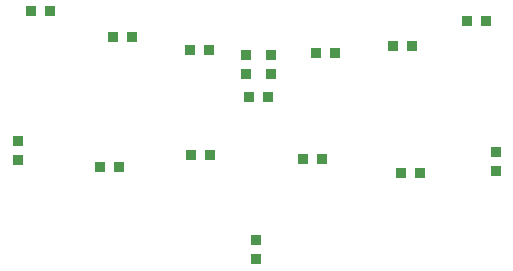
<source format=gbp>
G04 Layer_Color=128*
%FSLAX25Y25*%
%MOIN*%
G70*
G01*
G75*
%ADD12R,0.03740X0.03543*%
%ADD18R,0.03543X0.03740*%
D12*
X-77756Y88090D02*
D03*
Y81791D02*
D03*
X81496Y84547D02*
D03*
Y78248D02*
D03*
X6693Y116831D02*
D03*
Y110531D02*
D03*
X-1575Y116732D02*
D03*
Y110433D02*
D03*
X1673Y48819D02*
D03*
Y55118D02*
D03*
D18*
X-44094Y79626D02*
D03*
X-50394D02*
D03*
X-19980Y83465D02*
D03*
X-13681D02*
D03*
X17323Y82284D02*
D03*
X23622D02*
D03*
X50000Y77658D02*
D03*
X56299D02*
D03*
X-73327Y131398D02*
D03*
X-67028D02*
D03*
X-46063Y123031D02*
D03*
X-39764D02*
D03*
X-20374Y118504D02*
D03*
X-14075D02*
D03*
X5709Y102953D02*
D03*
X-591D02*
D03*
X28051Y117421D02*
D03*
X21752D02*
D03*
X53543Y119980D02*
D03*
X47244D02*
D03*
X78347Y128347D02*
D03*
X72047D02*
D03*
M02*

</source>
